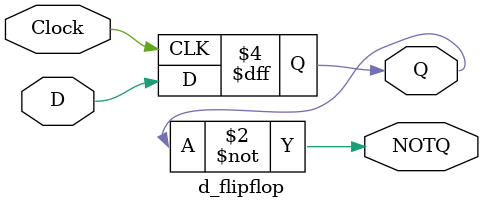
<source format=v>
module d_flipflop(
    input D, Clock,
    output reg Q,
    output NOTQ
    );
    
    initial begin
        Q <= 0;
    end
    
    always @(posedge Clock)
        Q <= D;
        
    assign NOTQ = ~Q;
endmodule

</source>
